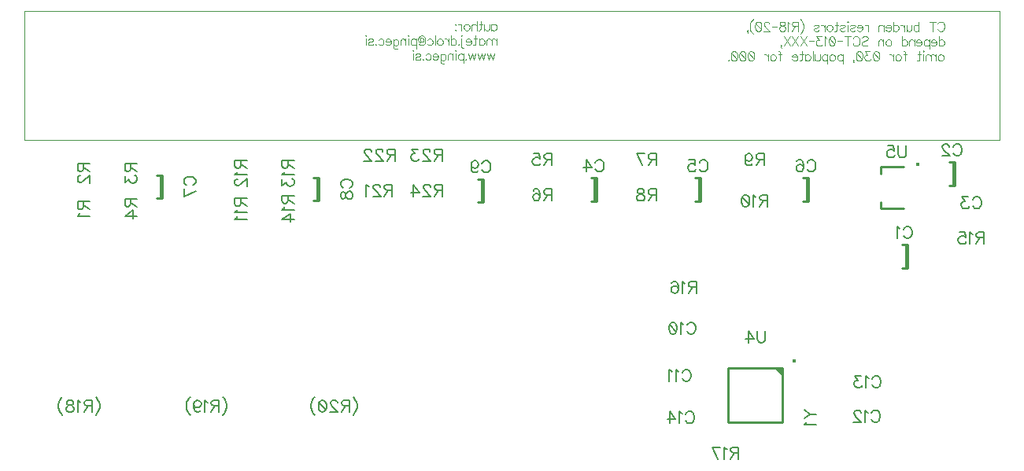
<source format=gbo>
G04 DipTrace 2.4.0.2*
%INBottomSilk.gbo*%
%MOIN*%
%ADD10C,0.0098*%
%ADD13C,0.0014*%
%ADD23O,0.0165X0.0164*%
%ADD26C,0.0154*%
%ADD72C,0.0077*%
%ADD75C,0.0044*%
%FSLAX44Y44*%
G04*
G70*
G90*
G75*
G01*
%LNBotSilk*%
%LPD*%
X28613Y18867D2*
D10*
Y19851D1*
X28688Y18867D2*
Y19851D1*
Y18867D2*
X28452D1*
X28688Y19851D2*
X28452D1*
X33029Y18867D2*
Y19851D1*
X33103Y18867D2*
Y19851D1*
Y18867D2*
X32868D1*
X33103Y19851D2*
X32868D1*
X37607Y18867D2*
Y19851D1*
X37681Y18867D2*
Y19851D1*
Y18867D2*
X37446D1*
X37681Y19851D2*
X37446D1*
X10223Y18993D2*
Y19977D1*
X10298Y18993D2*
Y19977D1*
Y18993D2*
X10062D1*
X10298Y19977D2*
X10062D1*
X16868Y18884D2*
Y19869D1*
X16942Y18884D2*
Y19869D1*
Y18884D2*
X16707D1*
X16942Y19869D2*
X16707D1*
X23837Y18830D2*
Y19815D1*
X23912Y18830D2*
Y19815D1*
Y18830D2*
X23676D1*
X23912Y19815D2*
X23676D1*
X36561Y11783D2*
X34278D1*
Y9500D1*
X36561D1*
Y11783D1*
D23*
X37078Y12095D3*
G36*
X36561Y11783D2*
Y11469D1*
X36246Y11783D1*
X36561D1*
G37*
X41782Y16038D2*
D10*
Y17023D1*
X41856Y16038D2*
Y17023D1*
Y16038D2*
X41621D1*
X41856Y17023D2*
X41621D1*
X43782Y19538D2*
Y20523D1*
X43856Y19538D2*
Y20523D1*
Y19538D2*
X43621D1*
X43856Y20523D2*
X43621D1*
X41711Y20326D2*
X40727D1*
Y20030D1*
Y18849D2*
Y18554D1*
X41711D1*
D26*
X42297Y20417D3*
X4471Y26931D2*
D13*
X45761D1*
Y21466D1*
X4471D1*
Y26931D1*
X6956Y18856D2*
D72*
Y18641D1*
X6932Y18569D1*
X6908Y18545D1*
X6861Y18521D1*
X6813D1*
X6765Y18545D1*
X6741Y18569D1*
X6717Y18641D1*
Y18856D1*
X7220D1*
X6956Y18688D2*
X7220Y18521D1*
X6813Y18367D2*
X6789Y18318D1*
X6718Y18247D1*
X7220D1*
X6956Y20463D2*
Y20248D1*
X6932Y20177D1*
X6908Y20152D1*
X6861Y20128D1*
X6813D1*
X6765Y20152D1*
X6741Y20177D1*
X6717Y20248D1*
Y20463D1*
X7220D1*
X6956Y20296D2*
X7220Y20128D1*
X6837Y19950D2*
X6813D1*
X6765Y19926D1*
X6741Y19902D1*
X6718Y19854D1*
Y19759D1*
X6741Y19711D1*
X6765Y19687D1*
X6813Y19663D1*
X6861D1*
X6909Y19687D1*
X6980Y19735D1*
X7220Y19974D1*
Y19639D1*
X8956Y20463D2*
Y20248D1*
X8932Y20177D1*
X8908Y20152D1*
X8861Y20128D1*
X8813D1*
X8765Y20152D1*
X8741Y20177D1*
X8717Y20248D1*
Y20463D1*
X9220D1*
X8956Y20296D2*
X9220Y20128D1*
X8718Y19926D2*
Y19663D1*
X8909Y19807D1*
Y19735D1*
X8933Y19687D1*
X8956Y19663D1*
X9028Y19639D1*
X9076D1*
X9148Y19663D1*
X9196Y19711D1*
X9220Y19783D1*
Y19855D1*
X9196Y19926D1*
X9171Y19950D1*
X9124Y19974D1*
X8956Y18975D2*
Y18760D1*
X8932Y18688D1*
X8908Y18664D1*
X8861Y18640D1*
X8813D1*
X8765Y18664D1*
X8741Y18688D1*
X8717Y18760D1*
Y18975D1*
X9220D1*
X8956Y18808D2*
X9220Y18640D1*
Y18247D2*
X8718D1*
X9052Y18486D1*
Y18127D1*
X13620Y18993D2*
Y18778D1*
X13596Y18706D1*
X13572Y18682D1*
X13524Y18658D1*
X13476D1*
X13429Y18682D1*
X13404Y18706D1*
X13381Y18778D1*
Y18993D1*
X13883D1*
X13620Y18826D2*
X13883Y18658D1*
X13477Y18504D2*
X13452Y18456D1*
X13381Y18384D1*
X13883D1*
X13477Y18229D2*
X13452Y18181D1*
X13381Y18109D1*
X13883D1*
X13620Y20601D2*
Y20386D1*
X13596Y20314D1*
X13572Y20289D1*
X13524Y20266D1*
X13476D1*
X13429Y20289D1*
X13404Y20314D1*
X13381Y20386D1*
Y20601D1*
X13883D1*
X13620Y20433D2*
X13883Y20266D1*
X13477Y20111D2*
X13452Y20063D1*
X13381Y19991D1*
X13883D1*
X13501Y19813D2*
X13477D1*
X13429Y19789D1*
X13405Y19765D1*
X13381Y19717D1*
Y19621D1*
X13405Y19574D1*
X13429Y19550D1*
X13477Y19526D1*
X13524D1*
X13572Y19550D1*
X13644Y19598D1*
X13883Y19837D1*
Y19502D1*
X15620Y20601D2*
Y20386D1*
X15596Y20314D1*
X15572Y20289D1*
X15524Y20266D1*
X15476D1*
X15429Y20289D1*
X15404Y20314D1*
X15381Y20386D1*
Y20601D1*
X15883D1*
X15620Y20433D2*
X15883Y20266D1*
X15477Y20111D2*
X15452Y20063D1*
X15381Y19991D1*
X15883D1*
X15381Y19789D2*
Y19526D1*
X15572Y19669D1*
Y19598D1*
X15596Y19550D1*
X15620Y19526D1*
X15692Y19502D1*
X15739D1*
X15811Y19526D1*
X15859Y19574D1*
X15883Y19646D1*
Y19718D1*
X15859Y19789D1*
X15835Y19813D1*
X15787Y19837D1*
X15620Y19112D2*
Y18897D1*
X15596Y18826D1*
X15572Y18801D1*
X15524Y18778D1*
X15476D1*
X15429Y18801D1*
X15404Y18826D1*
X15381Y18897D1*
Y19112D1*
X15883D1*
X15620Y18945D2*
X15883Y18778D1*
X15477Y18623D2*
X15452Y18575D1*
X15381Y18503D1*
X15883D1*
Y18109D2*
X15381D1*
X15716Y18349D1*
Y17990D1*
X20046Y19339D2*
X19831D1*
X19759Y19364D1*
X19735Y19388D1*
X19711Y19435D1*
Y19483D1*
X19735Y19531D1*
X19759Y19555D1*
X19831Y19579D1*
X20046D1*
Y19076D1*
X19878Y19339D2*
X19711Y19076D1*
X19532Y19459D2*
Y19483D1*
X19508Y19531D1*
X19485Y19554D1*
X19437Y19578D1*
X19341D1*
X19293Y19554D1*
X19270Y19531D1*
X19245Y19483D1*
Y19435D1*
X19270Y19387D1*
X19317Y19316D1*
X19556Y19076D1*
X19222D1*
X19067Y19483D2*
X19019Y19507D1*
X18947Y19578D1*
Y19076D1*
X20153Y20839D2*
X19938D1*
X19866Y20864D1*
X19842Y20888D1*
X19818Y20935D1*
Y20983D1*
X19842Y21031D1*
X19866Y21055D1*
X19938Y21079D1*
X20153D1*
Y20576D1*
X19986Y20839D2*
X19818Y20576D1*
X19640Y20959D2*
Y20983D1*
X19616Y21031D1*
X19592Y21054D1*
X19544Y21078D1*
X19448D1*
X19401Y21054D1*
X19377Y21031D1*
X19353Y20983D1*
Y20935D1*
X19377Y20887D1*
X19425Y20816D1*
X19664Y20576D1*
X19329D1*
X19150Y20959D2*
Y20983D1*
X19127Y21031D1*
X19103Y21054D1*
X19055Y21078D1*
X18959D1*
X18912Y21054D1*
X18888Y21031D1*
X18863Y20983D1*
Y20935D1*
X18888Y20887D1*
X18935Y20816D1*
X19175Y20576D1*
X18840D1*
X22153Y20839D2*
X21938D1*
X21866Y20864D1*
X21842Y20888D1*
X21818Y20935D1*
Y20983D1*
X21842Y21031D1*
X21866Y21055D1*
X21938Y21079D1*
X22153D1*
Y20576D1*
X21986Y20839D2*
X21818Y20576D1*
X21640Y20959D2*
Y20983D1*
X21616Y21031D1*
X21592Y21054D1*
X21544Y21078D1*
X21448D1*
X21401Y21054D1*
X21377Y21031D1*
X21353Y20983D1*
Y20935D1*
X21377Y20887D1*
X21425Y20816D1*
X21664Y20576D1*
X21329D1*
X21127Y21078D2*
X20864D1*
X21007Y20887D1*
X20935D1*
X20888Y20863D1*
X20864Y20839D1*
X20840Y20768D1*
Y20720D1*
X20864Y20648D1*
X20912Y20600D1*
X20983Y20576D1*
X21055D1*
X21127Y20600D1*
X21150Y20624D1*
X21175Y20672D1*
X22165Y19339D2*
X21950D1*
X21878Y19364D1*
X21854Y19388D1*
X21830Y19435D1*
Y19483D1*
X21854Y19531D1*
X21878Y19555D1*
X21950Y19579D1*
X22165D1*
Y19076D1*
X21998Y19339D2*
X21830Y19076D1*
X21652Y19459D2*
Y19483D1*
X21628Y19531D1*
X21604Y19554D1*
X21556Y19578D1*
X21460D1*
X21413Y19554D1*
X21389Y19531D1*
X21365Y19483D1*
Y19435D1*
X21389Y19387D1*
X21437Y19316D1*
X21676Y19076D1*
X21341D1*
X20947D2*
Y19578D1*
X21187Y19244D1*
X20828D1*
X28647Y20504D2*
X28671Y20551D1*
X28719Y20599D1*
X28767Y20623D1*
X28862D1*
X28910Y20599D1*
X28958Y20551D1*
X28982Y20504D1*
X29006Y20432D1*
Y20312D1*
X28982Y20240D1*
X28958Y20192D1*
X28910Y20145D1*
X28862Y20121D1*
X28767D1*
X28719Y20145D1*
X28671Y20192D1*
X28647Y20240D1*
X28254Y20121D2*
Y20622D1*
X28493Y20288D1*
X28134D1*
X26805Y20647D2*
X26590D1*
X26518Y20672D1*
X26494Y20695D1*
X26470Y20743D1*
Y20791D1*
X26494Y20839D1*
X26518Y20863D1*
X26590Y20887D1*
X26805D1*
Y20384D1*
X26638Y20647D2*
X26470Y20384D1*
X26029Y20886D2*
X26268D1*
X26291Y20671D1*
X26268Y20695D1*
X26196Y20719D1*
X26125D1*
X26053Y20695D1*
X26005Y20647D1*
X25981Y20576D1*
Y20528D1*
X26005Y20456D1*
X26053Y20408D1*
X26125Y20384D1*
X26196D1*
X26268Y20408D1*
X26291Y20432D1*
X26316Y20480D1*
X26793Y19147D2*
X26578D1*
X26506Y19172D1*
X26482Y19195D1*
X26458Y19243D1*
Y19291D1*
X26482Y19339D1*
X26506Y19363D1*
X26578Y19387D1*
X26793D1*
Y18884D1*
X26625Y19147D2*
X26458Y18884D1*
X26017Y19315D2*
X26041Y19362D1*
X26112Y19386D1*
X26160D1*
X26232Y19362D1*
X26280Y19291D1*
X26304Y19171D1*
Y19052D1*
X26280Y18956D1*
X26232Y18908D1*
X26160Y18884D1*
X26136D1*
X26065Y18908D1*
X26017Y18956D1*
X25993Y19028D1*
Y19052D1*
X26017Y19124D1*
X26065Y19171D1*
X26136Y19195D1*
X26160D1*
X26232Y19171D1*
X26280Y19124D1*
X26304Y19052D1*
X33051Y20504D2*
X33075Y20551D1*
X33123Y20599D1*
X33170Y20623D1*
X33266D1*
X33314Y20599D1*
X33361Y20551D1*
X33386Y20504D1*
X33410Y20432D1*
Y20312D1*
X33386Y20240D1*
X33361Y20192D1*
X33314Y20145D1*
X33266Y20121D1*
X33170D1*
X33123Y20145D1*
X33075Y20192D1*
X33051Y20240D1*
X32610Y20622D2*
X32848D1*
X32872Y20407D1*
X32848Y20431D1*
X32777Y20455D1*
X32705D1*
X32633Y20431D1*
X32585Y20384D1*
X32562Y20312D1*
Y20264D1*
X32585Y20192D1*
X32633Y20144D1*
X32705Y20121D1*
X32777D1*
X32848Y20144D1*
X32872Y20169D1*
X32896Y20216D1*
X31221Y20647D2*
X31006D1*
X30934Y20672D1*
X30909Y20695D1*
X30886Y20743D1*
Y20791D1*
X30909Y20839D1*
X30934Y20863D1*
X31006Y20887D1*
X31221D1*
Y20384D1*
X31053Y20647D2*
X30886Y20384D1*
X30636D2*
X30396Y20886D1*
X30731D1*
X31220Y19147D2*
X31005D1*
X30933Y19172D1*
X30909Y19195D1*
X30885Y19243D1*
Y19291D1*
X30909Y19339D1*
X30933Y19363D1*
X31005Y19387D1*
X31220D1*
Y18884D1*
X31053Y19147D2*
X30885Y18884D1*
X30612Y19386D2*
X30683Y19362D1*
X30707Y19315D1*
Y19267D1*
X30683Y19219D1*
X30635Y19195D1*
X30540Y19171D1*
X30468Y19147D1*
X30420Y19099D1*
X30397Y19052D1*
Y18980D1*
X30420Y18932D1*
X30444Y18908D1*
X30516Y18884D1*
X30612D1*
X30683Y18908D1*
X30707Y18932D1*
X30731Y18980D1*
Y19052D1*
X30707Y19099D1*
X30659Y19147D1*
X30588Y19171D1*
X30492Y19195D1*
X30444Y19219D1*
X30420Y19267D1*
Y19315D1*
X30444Y19362D1*
X30516Y19386D1*
X30612D1*
X37617Y20504D2*
X37641Y20551D1*
X37689Y20599D1*
X37736Y20623D1*
X37832D1*
X37880Y20599D1*
X37927Y20551D1*
X37952Y20504D1*
X37976Y20432D1*
Y20312D1*
X37952Y20240D1*
X37927Y20192D1*
X37880Y20145D1*
X37832Y20121D1*
X37736D1*
X37689Y20145D1*
X37641Y20192D1*
X37617Y20240D1*
X37176Y20551D2*
X37199Y20599D1*
X37271Y20622D1*
X37319D1*
X37391Y20599D1*
X37439Y20527D1*
X37462Y20407D1*
Y20288D1*
X37439Y20192D1*
X37391Y20144D1*
X37319Y20121D1*
X37295D1*
X37224Y20144D1*
X37176Y20192D1*
X37152Y20264D1*
Y20288D1*
X37176Y20360D1*
X37224Y20407D1*
X37295Y20431D1*
X37319D1*
X37391Y20407D1*
X37439Y20360D1*
X37462Y20288D1*
X35787Y20647D2*
X35572D1*
X35500Y20672D1*
X35476Y20695D1*
X35452Y20743D1*
Y20791D1*
X35476Y20839D1*
X35500Y20863D1*
X35572Y20887D1*
X35787D1*
Y20384D1*
X35619Y20647D2*
X35452Y20384D1*
X34986Y20719D2*
X35011Y20647D1*
X35058Y20599D1*
X35130Y20576D1*
X35154D1*
X35226Y20599D1*
X35273Y20647D1*
X35297Y20719D1*
Y20743D1*
X35273Y20815D1*
X35226Y20862D1*
X35154Y20886D1*
X35130D1*
X35058Y20862D1*
X35011Y20815D1*
X34986Y20719D1*
Y20599D1*
X35011Y20480D1*
X35058Y20408D1*
X35130Y20384D1*
X35177D1*
X35249Y20408D1*
X35273Y20456D1*
X35936Y18897D2*
X35721D1*
X35649Y18922D1*
X35625Y18945D1*
X35601Y18993D1*
Y19041D1*
X35625Y19089D1*
X35649Y19113D1*
X35721Y19137D1*
X35936D1*
Y18634D1*
X35768Y18897D2*
X35601Y18634D1*
X35446Y19041D2*
X35398Y19065D1*
X35327Y19136D1*
Y18634D1*
X35028Y19136D2*
X35100Y19112D1*
X35148Y19041D1*
X35172Y18921D1*
Y18849D1*
X35148Y18730D1*
X35100Y18658D1*
X35028Y18634D1*
X34981D1*
X34909Y18658D1*
X34862Y18730D1*
X34837Y18849D1*
Y18921D1*
X34862Y19041D1*
X34909Y19112D1*
X34981Y19136D1*
X35028D1*
X34862Y19041D2*
X35148Y18730D1*
X11335Y19550D2*
X11288Y19574D1*
X11240Y19622D1*
X11216Y19670D1*
Y19765D1*
X11240Y19814D1*
X11288Y19861D1*
X11335Y19885D1*
X11407Y19909D1*
X11527D1*
X11598Y19885D1*
X11646Y19861D1*
X11694Y19814D1*
X11718Y19765D1*
Y19670D1*
X11694Y19622D1*
X11646Y19574D1*
X11598Y19550D1*
X11718Y19300D2*
X11216Y19061D1*
Y19396D1*
X17980Y19442D2*
X17932Y19465D1*
X17884Y19514D1*
X17860Y19561D1*
Y19657D1*
X17884Y19705D1*
X17932Y19752D1*
X17980Y19777D1*
X18051Y19800D1*
X18171D1*
X18243Y19777D1*
X18291Y19752D1*
X18338Y19705D1*
X18363Y19657D1*
Y19561D1*
X18338Y19514D1*
X18291Y19465D1*
X18243Y19442D1*
X17861Y19168D2*
X17884Y19239D1*
X17932Y19264D1*
X17980D1*
X18028Y19239D1*
X18052Y19192D1*
X18076Y19096D1*
X18099Y19024D1*
X18148Y18977D1*
X18195Y18953D1*
X18267D1*
X18314Y18977D1*
X18339Y19000D1*
X18363Y19072D1*
Y19168D1*
X18339Y19239D1*
X18314Y19264D1*
X18267Y19287D1*
X18195D1*
X18148Y19264D1*
X18099Y19215D1*
X18076Y19144D1*
X18052Y19049D1*
X18028Y19000D1*
X17980Y18977D1*
X17932D1*
X17884Y19000D1*
X17861Y19072D1*
Y19168D1*
X23847Y20467D2*
X23871Y20514D1*
X23919Y20562D1*
X23967Y20586D1*
X24062D1*
X24111Y20562D1*
X24158Y20514D1*
X24182Y20467D1*
X24206Y20395D1*
Y20275D1*
X24182Y20204D1*
X24158Y20156D1*
X24111Y20108D1*
X24062Y20084D1*
X23967D1*
X23919Y20108D1*
X23871Y20156D1*
X23847Y20204D1*
X23382Y20419D2*
X23406Y20347D1*
X23454Y20299D1*
X23526Y20275D1*
X23549D1*
X23621Y20299D1*
X23669Y20347D1*
X23693Y20419D1*
Y20442D1*
X23669Y20514D1*
X23621Y20562D1*
X23549Y20586D1*
X23526D1*
X23454Y20562D1*
X23406Y20514D1*
X23382Y20419D1*
Y20299D1*
X23406Y20179D1*
X23454Y20108D1*
X23526Y20084D1*
X23573D1*
X23645Y20108D1*
X23669Y20156D1*
X35844Y13382D2*
Y13023D1*
X35820Y12951D1*
X35772Y12904D1*
X35700Y12879D1*
X35652D1*
X35580Y12904D1*
X35532Y12951D1*
X35509Y13023D1*
Y13382D1*
X35115Y12879D2*
Y13381D1*
X35354Y13047D1*
X34996D1*
X41696Y17675D2*
X41720Y17722D1*
X41768Y17770D1*
X41816Y17794D1*
X41911D1*
X41959Y17770D1*
X42007Y17722D1*
X42031Y17675D1*
X42055Y17603D1*
Y17483D1*
X42031Y17412D1*
X42007Y17364D1*
X41959Y17316D1*
X41911Y17292D1*
X41816D1*
X41768Y17316D1*
X41720Y17364D1*
X41696Y17412D1*
X41542Y17698D2*
X41494Y17722D1*
X41422Y17794D1*
Y17292D1*
X43804Y21175D2*
X43828Y21222D1*
X43876Y21270D1*
X43923Y21294D1*
X44019D1*
X44067Y21270D1*
X44115Y21222D1*
X44139Y21175D1*
X44163Y21103D1*
Y20983D1*
X44139Y20912D1*
X44115Y20864D1*
X44067Y20816D1*
X44019Y20792D1*
X43923D1*
X43876Y20816D1*
X43828Y20864D1*
X43804Y20912D1*
X43625Y21174D2*
Y21198D1*
X43601Y21246D1*
X43578Y21270D1*
X43530Y21294D1*
X43434D1*
X43386Y21270D1*
X43363Y21246D1*
X43338Y21198D1*
Y21150D1*
X43363Y21102D1*
X43410Y21031D1*
X43650Y20792D1*
X43315D1*
X41808Y21226D2*
Y20867D1*
X41784Y20795D1*
X41736Y20748D1*
X41664Y20723D1*
X41617D1*
X41545Y20748D1*
X41497Y20795D1*
X41473Y20867D1*
Y21226D1*
X41032Y21225D2*
X41271D1*
X41295Y21010D1*
X41271Y21034D1*
X41199Y21058D1*
X41128D1*
X41056Y21034D1*
X41008Y20987D1*
X40984Y20915D1*
Y20867D1*
X41008Y20795D1*
X41056Y20747D1*
X41128Y20723D1*
X41199D1*
X41271Y20747D1*
X41295Y20772D1*
X41319Y20819D1*
X44627Y18938D2*
X44650Y18986D1*
X44699Y19034D1*
X44746Y19058D1*
X44842D1*
X44890Y19034D1*
X44937Y18986D1*
X44962Y18938D1*
X44985Y18867D1*
Y18747D1*
X44962Y18675D1*
X44937Y18627D1*
X44890Y18580D1*
X44842Y18555D1*
X44746D1*
X44699Y18580D1*
X44650Y18627D1*
X44627Y18675D1*
X44424Y19057D2*
X44162D1*
X44305Y18866D1*
X44233D1*
X44185Y18842D1*
X44162Y18819D1*
X44137Y18747D1*
Y18699D1*
X44162Y18627D1*
X44209Y18579D1*
X44281Y18555D1*
X44353D1*
X44424Y18579D1*
X44448Y18604D1*
X44472Y18651D1*
X45111Y17319D2*
X44896D1*
X44824Y17343D1*
X44800Y17367D1*
X44776Y17414D1*
Y17462D1*
X44800Y17510D1*
X44824Y17534D1*
X44896Y17558D1*
X45111D1*
Y17055D1*
X44943Y17319D2*
X44776Y17055D1*
X44621Y17462D2*
X44573Y17486D1*
X44501Y17557D1*
Y17055D1*
X44060Y17557D2*
X44299D1*
X44323Y17342D1*
X44299Y17366D1*
X44227Y17390D1*
X44156D1*
X44084Y17366D1*
X44036Y17319D1*
X44012Y17247D1*
Y17199D1*
X44036Y17127D1*
X44084Y17079D1*
X44156Y17055D1*
X44227D1*
X44299Y17079D1*
X44323Y17104D1*
X44347Y17151D1*
X32532Y13619D2*
X32556Y13667D1*
X32604Y13715D1*
X32651Y13739D1*
X32747D1*
X32795Y13715D1*
X32843Y13667D1*
X32867Y13619D1*
X32891Y13547D1*
Y13428D1*
X32867Y13356D1*
X32843Y13308D1*
X32795Y13261D1*
X32747Y13236D1*
X32651D1*
X32604Y13261D1*
X32556Y13308D1*
X32532Y13356D1*
X32378Y13643D2*
X32330Y13667D1*
X32258Y13738D1*
Y13236D1*
X31960Y13738D2*
X32031Y13714D1*
X32080Y13643D1*
X32103Y13523D1*
Y13451D1*
X32080Y13332D1*
X32031Y13260D1*
X31960Y13236D1*
X31912D1*
X31840Y13260D1*
X31793Y13332D1*
X31768Y13451D1*
Y13523D1*
X31793Y13643D1*
X31840Y13714D1*
X31912Y13738D1*
X31960D1*
X31793Y13643D2*
X32080Y13332D1*
X32925Y15227D2*
X32710D1*
X32638Y15252D1*
X32613Y15275D1*
X32590Y15323D1*
Y15371D1*
X32613Y15418D1*
X32638Y15443D1*
X32710Y15467D1*
X32925D1*
Y14964D1*
X32757Y15227D2*
X32590Y14964D1*
X32435Y15370D2*
X32387Y15395D1*
X32315Y15466D1*
Y14964D1*
X31874Y15395D2*
X31898Y15442D1*
X31970Y15466D1*
X32017D1*
X32089Y15442D1*
X32137Y15370D1*
X32161Y15251D1*
Y15132D1*
X32137Y15036D1*
X32089Y14988D1*
X32017Y14964D1*
X31993D1*
X31922Y14988D1*
X31874Y15036D1*
X31850Y15108D1*
Y15132D1*
X31874Y15203D1*
X31922Y15251D1*
X31993Y15275D1*
X32017D1*
X32089Y15251D1*
X32137Y15203D1*
X32161Y15132D1*
X34704Y8210D2*
X34489D1*
X34417Y8234D1*
X34393Y8258D1*
X34369Y8305D1*
Y8353D1*
X34393Y8401D1*
X34417Y8425D1*
X34489Y8449D1*
X34704D1*
Y7947D1*
X34537Y8210D2*
X34369Y7947D1*
X34215Y8353D2*
X34167Y8377D1*
X34095Y8448D1*
Y7947D1*
X33845D2*
X33606Y8448D1*
X33940D1*
X32329Y11615D2*
X32352Y11663D1*
X32400Y11711D1*
X32448Y11735D1*
X32544D1*
X32592Y11711D1*
X32639Y11663D1*
X32664Y11615D1*
X32687Y11543D1*
Y11423D1*
X32664Y11352D1*
X32639Y11304D1*
X32592Y11257D1*
X32544Y11232D1*
X32448D1*
X32400Y11257D1*
X32352Y11304D1*
X32329Y11352D1*
X32174Y11638D2*
X32126Y11663D1*
X32054Y11734D1*
Y11232D1*
X31900Y11638D2*
X31852Y11663D1*
X31780Y11734D1*
Y11232D1*
X37494Y10040D2*
X37734Y9849D1*
X37997D1*
X37494Y9658D2*
X37734Y9849D1*
X37591Y9504D2*
X37566Y9455D1*
X37495Y9384D1*
X37997D1*
X40341Y9891D2*
X40365Y9939D1*
X40413Y9987D1*
X40461Y10011D1*
X40556D1*
X40604Y9987D1*
X40652Y9939D1*
X40676Y9891D1*
X40700Y9820D1*
Y9700D1*
X40676Y9628D1*
X40652Y9580D1*
X40604Y9533D1*
X40556Y9508D1*
X40461D1*
X40413Y9533D1*
X40365Y9580D1*
X40341Y9628D1*
X40187Y9915D2*
X40139Y9939D1*
X40067Y10010D1*
Y9508D1*
X39888Y9891D2*
Y9915D1*
X39865Y9963D1*
X39841Y9987D1*
X39793Y10010D1*
X39697D1*
X39650Y9987D1*
X39626Y9963D1*
X39601Y9915D1*
Y9867D1*
X39626Y9819D1*
X39673Y9748D1*
X39913Y9508D1*
X39578D1*
X40372Y11349D2*
X40395Y11396D1*
X40444Y11444D1*
X40491Y11468D1*
X40587D1*
X40635Y11444D1*
X40682Y11396D1*
X40707Y11349D1*
X40730Y11277D1*
Y11157D1*
X40707Y11086D1*
X40682Y11038D1*
X40635Y10990D1*
X40587Y10966D1*
X40491D1*
X40444Y10990D1*
X40395Y11038D1*
X40372Y11086D1*
X40217Y11372D2*
X40169Y11396D1*
X40097Y11468D1*
Y10966D1*
X39895Y11468D2*
X39632D1*
X39776Y11276D1*
X39704D1*
X39656Y11253D1*
X39632Y11229D1*
X39608Y11157D1*
Y11109D1*
X39632Y11038D1*
X39680Y10990D1*
X39752Y10966D1*
X39824D1*
X39895Y10990D1*
X39919Y11014D1*
X39943Y11061D1*
X32473Y9837D2*
X32497Y9885D1*
X32545Y9933D1*
X32593Y9956D1*
X32688D1*
X32736Y9933D1*
X32784Y9885D1*
X32808Y9837D1*
X32832Y9765D1*
Y9645D1*
X32808Y9574D1*
X32784Y9526D1*
X32736Y9478D1*
X32688Y9454D1*
X32593D1*
X32545Y9478D1*
X32497Y9526D1*
X32473Y9574D1*
X32319Y9860D2*
X32271Y9885D1*
X32199Y9956D1*
Y9454D1*
X31805D2*
Y9956D1*
X32045Y9621D1*
X31686D1*
X7484Y10567D2*
X7532Y10520D1*
X7579Y10448D1*
X7627Y10352D1*
X7651Y10232D1*
Y10137D1*
X7627Y10017D1*
X7579Y9922D1*
X7532Y9850D1*
X7484Y9802D1*
X7329Y10197D2*
X7114D1*
X7042Y10221D1*
X7018Y10245D1*
X6994Y10293D1*
Y10341D1*
X7018Y10388D1*
X7042Y10412D1*
X7114Y10436D1*
X7329D1*
Y9934D1*
X7162Y10197D2*
X6994Y9934D1*
X6840Y10340D2*
X6792Y10364D1*
X6720Y10436D1*
Y9934D1*
X6446Y10436D2*
X6517Y10412D1*
X6542Y10364D1*
Y10316D1*
X6517Y10269D1*
X6470Y10244D1*
X6374Y10221D1*
X6302Y10197D1*
X6255Y10149D1*
X6231Y10101D1*
Y10029D1*
X6255Y9982D1*
X6279Y9958D1*
X6351Y9934D1*
X6446D1*
X6517Y9958D1*
X6542Y9982D1*
X6566Y10029D1*
Y10101D1*
X6542Y10149D1*
X6494Y10197D1*
X6422Y10221D1*
X6327Y10244D1*
X6279Y10269D1*
X6255Y10316D1*
Y10364D1*
X6279Y10412D1*
X6351Y10436D1*
X6446D1*
X6077Y10567D2*
X6029Y10520D1*
X5981Y10448D1*
X5933Y10352D1*
X5909Y10232D1*
Y10137D1*
X5933Y10017D1*
X5981Y9922D1*
X6029Y9850D1*
X6077Y9802D1*
X12868Y10567D2*
X12916Y10520D1*
X12963Y10448D1*
X13011Y10352D1*
X13035Y10232D1*
Y10137D1*
X13011Y10017D1*
X12963Y9922D1*
X12916Y9850D1*
X12868Y9802D1*
X12713Y10197D2*
X12498D1*
X12427Y10221D1*
X12402Y10245D1*
X12378Y10292D1*
Y10341D1*
X12402Y10388D1*
X12427Y10412D1*
X12498Y10436D1*
X12713D1*
Y9934D1*
X12546Y10197D2*
X12378Y9934D1*
X12224Y10340D2*
X12176Y10364D1*
X12104Y10436D1*
Y9934D1*
X11639Y10269D2*
X11663Y10197D1*
X11710Y10149D1*
X11782Y10125D1*
X11806D1*
X11878Y10149D1*
X11925Y10197D1*
X11950Y10269D1*
Y10292D1*
X11925Y10364D1*
X11878Y10412D1*
X11806Y10436D1*
X11782D1*
X11710Y10412D1*
X11663Y10364D1*
X11639Y10269D1*
Y10149D1*
X11663Y10029D1*
X11710Y9958D1*
X11782Y9934D1*
X11830D1*
X11902Y9958D1*
X11925Y10006D1*
X11484Y10567D2*
X11436Y10520D1*
X11389Y10448D1*
X11340Y10352D1*
X11317Y10232D1*
Y10137D1*
X11340Y10017D1*
X11389Y9922D1*
X11436Y9850D1*
X11484Y9802D1*
X18383Y10567D2*
X18431Y10520D1*
X18479Y10448D1*
X18527Y10352D1*
X18551Y10232D1*
Y10137D1*
X18527Y10017D1*
X18479Y9922D1*
X18431Y9850D1*
X18383Y9802D1*
X18229Y10197D2*
X18014D1*
X17942Y10221D1*
X17918Y10245D1*
X17894Y10293D1*
Y10341D1*
X17918Y10388D1*
X17942Y10412D1*
X18014Y10436D1*
X18229D1*
Y9934D1*
X18061Y10197D2*
X17894Y9934D1*
X17715Y10316D2*
Y10340D1*
X17691Y10388D1*
X17668Y10412D1*
X17620Y10436D1*
X17524D1*
X17476Y10412D1*
X17453Y10388D1*
X17428Y10340D1*
Y10293D1*
X17453Y10244D1*
X17500Y10173D1*
X17739Y9934D1*
X17405D1*
X17106Y10436D2*
X17178Y10412D1*
X17226Y10340D1*
X17250Y10221D1*
Y10149D1*
X17226Y10029D1*
X17178Y9958D1*
X17106Y9934D1*
X17059D1*
X16987Y9958D1*
X16940Y10029D1*
X16915Y10149D1*
Y10221D1*
X16940Y10340D1*
X16987Y10412D1*
X17059Y10436D1*
X17106D1*
X16940Y10340D2*
X17226Y10029D1*
X16761Y10567D2*
X16713Y10520D1*
X16665Y10448D1*
X16617Y10352D1*
X16593Y10232D1*
Y10137D1*
X16617Y10017D1*
X16665Y9922D1*
X16713Y9850D1*
X16761Y9802D1*
X43142Y26386D2*
D75*
X43161Y26424D1*
X43200Y26463D1*
X43238Y26482D1*
X43314D1*
X43353Y26463D1*
X43391Y26424D1*
X43410Y26386D1*
X43429Y26329D1*
Y26233D1*
X43410Y26176D1*
X43391Y26137D1*
X43353Y26099D1*
X43314Y26080D1*
X43238D1*
X43200Y26099D1*
X43161Y26137D1*
X43142Y26176D1*
X42921Y26482D2*
Y26080D1*
X43055Y26482D2*
X42787D1*
X42346D2*
Y26080D1*
Y26290D2*
X42308Y26329D1*
X42270Y26348D1*
X42212D1*
X42174Y26329D1*
X42136Y26290D1*
X42117Y26233D1*
Y26195D1*
X42136Y26137D1*
X42174Y26099D1*
X42212Y26080D1*
X42270D1*
X42308Y26099D1*
X42346Y26137D1*
X42029Y26348D2*
Y26156D1*
X42010Y26099D1*
X41972Y26080D1*
X41914D1*
X41876Y26099D1*
X41819Y26156D1*
Y26348D2*
Y26080D1*
X41731Y26348D2*
Y26080D1*
Y26233D2*
X41712Y26290D1*
X41674Y26329D1*
X41635Y26348D1*
X41578D1*
X41261Y26482D2*
Y26080D1*
Y26290D2*
X41299Y26329D1*
X41338Y26348D1*
X41395D1*
X41433Y26329D1*
X41472Y26290D1*
X41491Y26233D1*
Y26195D1*
X41472Y26137D1*
X41433Y26099D1*
X41395Y26080D1*
X41338D1*
X41299Y26099D1*
X41261Y26137D1*
X41174Y26233D2*
X40944D1*
Y26271D1*
X40963Y26310D1*
X40982Y26329D1*
X41021Y26348D1*
X41078D1*
X41116Y26329D1*
X41155Y26290D1*
X41174Y26233D1*
Y26195D1*
X41155Y26137D1*
X41116Y26099D1*
X41078Y26080D1*
X41021D1*
X40982Y26099D1*
X40944Y26137D1*
X40857Y26348D2*
Y26080D1*
Y26271D2*
X40799Y26329D1*
X40761Y26348D1*
X40704D1*
X40665Y26329D1*
X40646Y26271D1*
Y26080D1*
X40206Y26348D2*
Y26080D1*
Y26233D2*
X40186Y26290D1*
X40148Y26329D1*
X40110Y26348D1*
X40052D1*
X39965Y26233D2*
X39735D1*
Y26271D1*
X39754Y26310D1*
X39773Y26329D1*
X39812Y26348D1*
X39869D1*
X39907Y26329D1*
X39946Y26290D1*
X39965Y26233D1*
Y26195D1*
X39946Y26137D1*
X39907Y26099D1*
X39869Y26080D1*
X39812D1*
X39773Y26099D1*
X39735Y26137D1*
X39437Y26290D2*
X39457Y26329D1*
X39514Y26348D1*
X39571D1*
X39629Y26329D1*
X39648Y26290D1*
X39629Y26252D1*
X39590Y26233D1*
X39495Y26214D1*
X39457Y26195D1*
X39437Y26156D1*
Y26137D1*
X39457Y26099D1*
X39514Y26080D1*
X39571D1*
X39629Y26099D1*
X39648Y26137D1*
X39350Y26482D2*
X39331Y26463D1*
X39312Y26482D1*
X39331Y26501D1*
X39350Y26482D1*
X39331Y26348D2*
Y26080D1*
X39014Y26290D2*
X39033Y26329D1*
X39090Y26348D1*
X39148D1*
X39205Y26329D1*
X39224Y26290D1*
X39205Y26252D1*
X39167Y26233D1*
X39071Y26214D1*
X39033Y26195D1*
X39014Y26156D1*
Y26137D1*
X39033Y26099D1*
X39090Y26080D1*
X39148D1*
X39205Y26099D1*
X39224Y26137D1*
X38869Y26482D2*
Y26156D1*
X38850Y26099D1*
X38811Y26080D1*
X38773D1*
X38926Y26348D2*
X38792D1*
X38590D2*
X38628Y26329D1*
X38667Y26290D1*
X38686Y26233D1*
Y26195D1*
X38667Y26137D1*
X38628Y26099D1*
X38590Y26080D1*
X38533D1*
X38494Y26099D1*
X38456Y26137D1*
X38437Y26195D1*
Y26233D1*
X38456Y26290D1*
X38494Y26329D1*
X38533Y26348D1*
X38590D1*
X38349D2*
Y26080D1*
Y26233D2*
X38330Y26290D1*
X38292Y26329D1*
X38253Y26348D1*
X38196D1*
X37898Y26290D2*
X37917Y26329D1*
X37974Y26348D1*
X38032D1*
X38089Y26329D1*
X38108Y26290D1*
X38089Y26252D1*
X38051Y26233D1*
X37955Y26214D1*
X37917Y26195D1*
X37898Y26156D1*
Y26137D1*
X37917Y26099D1*
X37974Y26080D1*
X38032D1*
X38089Y26099D1*
X38108Y26137D1*
X37324Y26586D2*
X37362Y26548D1*
X37400Y26491D1*
X37439Y26414D1*
X37458Y26319D1*
Y26242D1*
X37439Y26147D1*
X37400Y26070D1*
X37362Y26013D1*
X37324Y25975D1*
X37236Y26290D2*
X37064D1*
X37007Y26310D1*
X36987Y26329D1*
X36968Y26367D1*
Y26405D1*
X36987Y26443D1*
X37007Y26463D1*
X37064Y26482D1*
X37236D1*
Y26080D1*
X37102Y26290D2*
X36968Y26080D1*
X36881Y26405D2*
X36842Y26424D1*
X36785Y26481D1*
Y26080D1*
X36602Y26481D2*
X36659Y26462D1*
X36678Y26424D1*
Y26386D1*
X36659Y26348D1*
X36621Y26328D1*
X36544Y26309D1*
X36487Y26290D1*
X36449Y26252D1*
X36430Y26214D1*
Y26156D1*
X36449Y26118D1*
X36468Y26099D1*
X36525Y26080D1*
X36602D1*
X36659Y26099D1*
X36678Y26118D1*
X36697Y26156D1*
Y26214D1*
X36678Y26252D1*
X36640Y26290D1*
X36583Y26309D1*
X36506Y26328D1*
X36468Y26348D1*
X36449Y26386D1*
Y26424D1*
X36468Y26462D1*
X36525Y26481D1*
X36602D1*
X36342Y26280D2*
X36121D1*
X36014Y26386D2*
Y26405D1*
X35995Y26443D1*
X35976Y26462D1*
X35938Y26481D1*
X35861D1*
X35823Y26462D1*
X35804Y26443D1*
X35785Y26405D1*
Y26367D1*
X35804Y26328D1*
X35842Y26271D1*
X36034Y26080D1*
X35766D1*
X35563Y26481D2*
X35621Y26462D1*
X35659Y26405D1*
X35678Y26309D1*
Y26252D1*
X35659Y26156D1*
X35621Y26099D1*
X35563Y26080D1*
X35525D1*
X35468Y26099D1*
X35430Y26156D1*
X35410Y26252D1*
Y26309D1*
X35430Y26405D1*
X35468Y26462D1*
X35525Y26481D1*
X35563D1*
X35430Y26405D2*
X35659Y26156D1*
X35323Y26586D2*
X35284Y26548D1*
X35246Y26491D1*
X35208Y26414D1*
X35189Y26319D1*
Y26242D1*
X35208Y26147D1*
X35246Y26070D1*
X35284Y26013D1*
X35323Y25975D1*
X35063Y26099D2*
X35082Y26080D1*
X35101Y26099D1*
X35082Y26118D1*
X35063Y26099D1*
Y26061D1*
X35082Y26022D1*
X35101Y26003D1*
X43188Y25857D2*
Y25455D1*
Y25665D2*
X43226Y25704D1*
X43264Y25723D1*
X43322D1*
X43360Y25704D1*
X43398Y25665D1*
X43417Y25608D1*
Y25570D1*
X43398Y25512D1*
X43360Y25474D1*
X43322Y25455D1*
X43264D1*
X43226Y25474D1*
X43188Y25512D1*
X43100Y25608D2*
X42871D1*
Y25646D1*
X42890Y25685D1*
X42909Y25704D1*
X42947Y25723D1*
X43005D1*
X43043Y25704D1*
X43081Y25665D1*
X43100Y25608D1*
Y25570D1*
X43081Y25512D1*
X43043Y25474D1*
X43005Y25455D1*
X42947D1*
X42909Y25474D1*
X42871Y25512D1*
X42783Y25723D2*
Y25321D1*
Y25665D2*
X42745Y25703D1*
X42707Y25723D1*
X42649D1*
X42611Y25703D1*
X42573Y25665D1*
X42553Y25608D1*
Y25569D1*
X42573Y25512D1*
X42611Y25474D1*
X42649Y25455D1*
X42707D1*
X42745Y25474D1*
X42783Y25512D1*
X42466Y25608D2*
X42236D1*
Y25646D1*
X42255Y25685D1*
X42274Y25704D1*
X42313Y25723D1*
X42370D1*
X42408Y25704D1*
X42447Y25665D1*
X42466Y25608D1*
Y25570D1*
X42447Y25512D1*
X42408Y25474D1*
X42370Y25455D1*
X42313D1*
X42274Y25474D1*
X42236Y25512D1*
X42149Y25723D2*
Y25455D1*
Y25646D2*
X42091Y25704D1*
X42053Y25723D1*
X41996D1*
X41957Y25704D1*
X41938Y25646D1*
Y25455D1*
X41621Y25857D2*
Y25455D1*
Y25665D2*
X41659Y25704D1*
X41698Y25723D1*
X41755D1*
X41793Y25704D1*
X41832Y25665D1*
X41851Y25608D1*
Y25570D1*
X41832Y25512D1*
X41793Y25474D1*
X41755Y25455D1*
X41698D1*
X41659Y25474D1*
X41621Y25512D1*
X41086Y25723D2*
X41124Y25704D1*
X41162Y25665D1*
X41181Y25608D1*
Y25570D1*
X41162Y25512D1*
X41124Y25474D1*
X41086Y25455D1*
X41028D1*
X40990Y25474D1*
X40952Y25512D1*
X40932Y25570D1*
Y25608D1*
X40952Y25665D1*
X40990Y25704D1*
X41028Y25723D1*
X41086D1*
X40845D2*
Y25455D1*
Y25646D2*
X40787Y25704D1*
X40749Y25723D1*
X40692D1*
X40653Y25704D1*
X40634Y25646D1*
Y25455D1*
X39926Y25799D2*
X39964Y25838D1*
X40021Y25857D1*
X40098D1*
X40155Y25838D1*
X40194Y25799D1*
Y25761D1*
X40174Y25723D1*
X40155Y25704D1*
X40117Y25685D1*
X40002Y25646D1*
X39964Y25627D1*
X39945Y25608D1*
X39926Y25570D1*
Y25512D1*
X39964Y25474D1*
X40021Y25455D1*
X40098D1*
X40155Y25474D1*
X40194Y25512D1*
X39552Y25761D2*
X39571Y25799D1*
X39609Y25838D1*
X39647Y25857D1*
X39724D1*
X39762Y25838D1*
X39800Y25799D1*
X39819Y25761D1*
X39838Y25704D1*
Y25608D1*
X39819Y25551D1*
X39800Y25512D1*
X39762Y25474D1*
X39724Y25455D1*
X39647D1*
X39609Y25474D1*
X39571Y25512D1*
X39552Y25551D1*
X39330Y25857D2*
Y25455D1*
X39464Y25857D2*
X39196D1*
X39109Y25655D2*
X38888D1*
X38685Y25856D2*
X38743Y25837D1*
X38781Y25780D1*
X38800Y25684D1*
Y25627D1*
X38781Y25531D1*
X38743Y25474D1*
X38685Y25455D1*
X38647D1*
X38590Y25474D1*
X38552Y25531D1*
X38532Y25627D1*
Y25684D1*
X38552Y25780D1*
X38590Y25837D1*
X38647Y25856D1*
X38685D1*
X38552Y25780D2*
X38781Y25531D1*
X38445Y25780D2*
X38406Y25799D1*
X38349Y25856D1*
Y25455D1*
X38223Y25856D2*
X38013D1*
X38127Y25703D1*
X38070D1*
X38032Y25684D1*
X38013Y25665D1*
X37993Y25608D1*
Y25570D1*
X38013Y25512D1*
X38051Y25474D1*
X38108Y25455D1*
X38166D1*
X38223Y25474D1*
X38242Y25493D1*
X38261Y25531D1*
X37906Y25655D2*
X37685D1*
X37597Y25857D2*
X37329Y25455D1*
Y25857D2*
X37597Y25455D1*
X37242Y25857D2*
X36974Y25455D1*
Y25857D2*
X37242Y25455D1*
X36886Y25857D2*
X36618Y25455D1*
Y25857D2*
X36886Y25455D1*
X36492Y25474D2*
X36512Y25455D1*
X36531Y25474D1*
X36512Y25493D1*
X36492Y25474D1*
Y25436D1*
X36512Y25397D1*
X36531Y25378D1*
X43306Y25098D2*
X43344Y25079D1*
X43383Y25040D1*
X43402Y24983D1*
Y24945D1*
X43383Y24887D1*
X43344Y24849D1*
X43306Y24830D1*
X43249D1*
X43210Y24849D1*
X43172Y24887D1*
X43153Y24945D1*
Y24983D1*
X43172Y25040D1*
X43210Y25079D1*
X43249Y25098D1*
X43306D1*
X43065D2*
Y24830D1*
Y25021D2*
X43008Y25079D1*
X42969Y25098D1*
X42912D1*
X42874Y25079D1*
X42855Y25021D1*
Y24830D1*
Y25021D2*
X42797Y25079D1*
X42759Y25098D1*
X42702D1*
X42663Y25079D1*
X42644Y25021D1*
Y24830D1*
X42556Y25232D2*
X42537Y25213D1*
X42518Y25232D1*
X42537Y25251D1*
X42556Y25232D1*
X42537Y25098D2*
Y24830D1*
X42373Y25232D2*
Y24906D1*
X42354Y24849D1*
X42315Y24830D1*
X42277D1*
X42430Y25098D2*
X42296D1*
X41684Y25232D2*
X41722D1*
X41761Y25213D1*
X41780Y25155D1*
Y24830D1*
X41837Y25098D2*
X41703D1*
X41501D2*
X41539Y25079D1*
X41578Y25040D1*
X41597Y24983D1*
Y24945D1*
X41578Y24887D1*
X41539Y24849D1*
X41501Y24830D1*
X41444D1*
X41405Y24849D1*
X41367Y24887D1*
X41348Y24945D1*
Y24983D1*
X41367Y25040D1*
X41405Y25079D1*
X41444Y25098D1*
X41501D1*
X41260D2*
Y24830D1*
Y24983D2*
X41241Y25040D1*
X41203Y25079D1*
X41164Y25098D1*
X41107D1*
X40552Y25231D2*
X40609Y25212D1*
X40648Y25155D1*
X40667Y25059D1*
Y25002D1*
X40648Y24906D1*
X40609Y24849D1*
X40552Y24830D1*
X40514D1*
X40456Y24849D1*
X40418Y24906D1*
X40399Y25002D1*
Y25059D1*
X40418Y25155D1*
X40456Y25212D1*
X40514Y25231D1*
X40552D1*
X40418Y25155D2*
X40648Y24906D1*
X40273Y25231D2*
X40063D1*
X40177Y25078D1*
X40120D1*
X40082Y25059D1*
X40063Y25040D1*
X40043Y24983D1*
Y24945D1*
X40063Y24887D1*
X40101Y24849D1*
X40158Y24830D1*
X40216D1*
X40273Y24849D1*
X40292Y24868D1*
X40311Y24906D1*
X39841Y25231D2*
X39898Y25212D1*
X39937Y25155D1*
X39956Y25059D1*
Y25002D1*
X39937Y24906D1*
X39898Y24849D1*
X39841Y24830D1*
X39803D1*
X39745Y24849D1*
X39707Y24906D1*
X39688Y25002D1*
Y25059D1*
X39707Y25155D1*
X39745Y25212D1*
X39803Y25231D1*
X39841D1*
X39707Y25155D2*
X39937Y24906D1*
X39562Y24849D2*
X39581Y24830D1*
X39600Y24849D1*
X39581Y24868D1*
X39562Y24849D1*
Y24811D1*
X39581Y24772D1*
X39600Y24753D1*
X39122Y25098D2*
Y24696D1*
Y25040D2*
X39083Y25078D1*
X39045Y25098D1*
X38988D1*
X38949Y25078D1*
X38911Y25040D1*
X38892Y24983D1*
Y24944D1*
X38911Y24887D1*
X38949Y24849D1*
X38988Y24830D1*
X39045D1*
X39083Y24849D1*
X39122Y24887D1*
X38709Y25098D2*
X38747Y25079D1*
X38785Y25040D1*
X38804Y24983D1*
Y24945D1*
X38785Y24887D1*
X38747Y24849D1*
X38709Y24830D1*
X38651D1*
X38613Y24849D1*
X38575Y24887D1*
X38555Y24945D1*
Y24983D1*
X38575Y25040D1*
X38613Y25079D1*
X38651Y25098D1*
X38709D1*
X38468D2*
Y24696D1*
Y25040D2*
X38429Y25078D1*
X38391Y25098D1*
X38334D1*
X38295Y25078D1*
X38257Y25040D1*
X38238Y24983D1*
Y24944D1*
X38257Y24887D1*
X38295Y24849D1*
X38334Y24830D1*
X38391D1*
X38429Y24849D1*
X38468Y24887D1*
X38150Y25098D2*
Y24906D1*
X38131Y24849D1*
X38093Y24830D1*
X38035D1*
X37997Y24849D1*
X37940Y24906D1*
Y25098D2*
Y24830D1*
X37852Y25232D2*
Y24830D1*
X37535Y25098D2*
Y24830D1*
Y25040D2*
X37573Y25079D1*
X37612Y25098D1*
X37669D1*
X37707Y25079D1*
X37745Y25040D1*
X37765Y24983D1*
Y24945D1*
X37745Y24887D1*
X37707Y24849D1*
X37669Y24830D1*
X37612D1*
X37573Y24849D1*
X37535Y24887D1*
X37390Y25232D2*
Y24906D1*
X37371Y24849D1*
X37333Y24830D1*
X37295D1*
X37448Y25098D2*
X37314D1*
X37207Y24983D2*
X36978D1*
Y25021D1*
X36997Y25060D1*
X37016Y25079D1*
X37054Y25098D1*
X37112D1*
X37150Y25079D1*
X37188Y25040D1*
X37207Y24983D1*
Y24945D1*
X37188Y24887D1*
X37150Y24849D1*
X37112Y24830D1*
X37054D1*
X37016Y24849D1*
X36978Y24887D1*
X36385Y25232D2*
X36423D1*
X36461Y25213D1*
X36480Y25155D1*
Y24830D1*
X36538Y25098D2*
X36404D1*
X36202D2*
X36240Y25079D1*
X36278Y25040D1*
X36297Y24983D1*
Y24945D1*
X36278Y24887D1*
X36240Y24849D1*
X36202Y24830D1*
X36144D1*
X36106Y24849D1*
X36068Y24887D1*
X36048Y24945D1*
Y24983D1*
X36068Y25040D1*
X36106Y25079D1*
X36144Y25098D1*
X36202D1*
X35961D2*
Y24830D1*
Y24983D2*
X35941Y25040D1*
X35903Y25079D1*
X35865Y25098D1*
X35807D1*
X35252Y25231D2*
X35310Y25212D1*
X35348Y25155D1*
X35367Y25059D1*
Y25002D1*
X35348Y24906D1*
X35310Y24849D1*
X35252Y24830D1*
X35214D1*
X35157Y24849D1*
X35119Y24906D1*
X35099Y25002D1*
Y25059D1*
X35119Y25155D1*
X35157Y25212D1*
X35214Y25231D1*
X35252D1*
X35119Y25155D2*
X35348Y24906D1*
X34897Y25231D2*
X34954Y25212D1*
X34993Y25155D1*
X35012Y25059D1*
Y25002D1*
X34993Y24906D1*
X34954Y24849D1*
X34897Y24830D1*
X34859D1*
X34801Y24849D1*
X34763Y24906D1*
X34744Y25002D1*
Y25059D1*
X34763Y25155D1*
X34801Y25212D1*
X34859Y25231D1*
X34897D1*
X34763Y25155D2*
X34993Y24906D1*
X34541Y25231D2*
X34599Y25212D1*
X34637Y25155D1*
X34656Y25059D1*
Y25002D1*
X34637Y24906D1*
X34599Y24849D1*
X34541Y24830D1*
X34503D1*
X34446Y24849D1*
X34408Y24906D1*
X34388Y25002D1*
Y25059D1*
X34408Y25155D1*
X34446Y25212D1*
X34503Y25231D1*
X34541D1*
X34408Y25155D2*
X34637Y24906D1*
X34282Y24868D2*
X34301Y24849D1*
X34282Y24830D1*
X34262Y24849D1*
X34282Y24868D1*
X24241Y26376D2*
Y26108D1*
Y26319D2*
X24279Y26357D1*
X24317Y26376D1*
X24374D1*
X24413Y26357D1*
X24451Y26319D1*
X24470Y26261D1*
Y26223D1*
X24451Y26166D1*
X24413Y26128D1*
X24374Y26108D1*
X24317D1*
X24279Y26128D1*
X24241Y26166D1*
X24153Y26376D2*
Y26185D1*
X24134Y26128D1*
X24096Y26108D1*
X24038D1*
X24000Y26128D1*
X23943Y26185D1*
Y26376D2*
Y26108D1*
X23798Y26510D2*
Y26185D1*
X23779Y26128D1*
X23741Y26108D1*
X23702D1*
X23855Y26376D2*
X23721D1*
X23615Y26510D2*
Y26108D1*
Y26300D2*
X23558Y26357D1*
X23519Y26376D1*
X23462D1*
X23424Y26357D1*
X23405Y26300D1*
Y26108D1*
X23222Y26376D2*
X23260Y26357D1*
X23298Y26319D1*
X23317Y26261D1*
Y26223D1*
X23298Y26166D1*
X23260Y26128D1*
X23222Y26108D1*
X23164D1*
X23126Y26128D1*
X23088Y26166D1*
X23068Y26223D1*
Y26261D1*
X23088Y26319D1*
X23126Y26357D1*
X23164Y26376D1*
X23222D1*
X22981D2*
Y26108D1*
Y26261D2*
X22961Y26319D1*
X22923Y26357D1*
X22885Y26376D1*
X22827D1*
X22720D2*
X22740Y26357D1*
X22720Y26338D1*
X22701Y26357D1*
X22720Y26376D1*
Y26147D2*
X22740Y26127D1*
X22720Y26108D1*
X22701Y26127D1*
X22720Y26147D1*
X24458Y25751D2*
Y25483D1*
Y25675D2*
X24401Y25732D1*
X24362Y25751D1*
X24305D1*
X24267Y25732D1*
X24248Y25675D1*
Y25483D1*
Y25675D2*
X24190Y25732D1*
X24152Y25751D1*
X24095D1*
X24056Y25732D1*
X24037Y25675D1*
Y25483D1*
X23720Y25751D2*
Y25483D1*
Y25694D2*
X23758Y25732D1*
X23796Y25751D1*
X23853D1*
X23892Y25732D1*
X23930Y25694D1*
X23949Y25636D1*
Y25598D1*
X23930Y25541D1*
X23892Y25503D1*
X23853Y25483D1*
X23796D1*
X23758Y25503D1*
X23720Y25541D1*
X23575Y25885D2*
Y25560D1*
X23556Y25503D1*
X23517Y25483D1*
X23479D1*
X23632Y25751D2*
X23498D1*
X23392Y25636D2*
X23162D1*
Y25675D1*
X23181Y25713D1*
X23200Y25732D1*
X23239Y25751D1*
X23296D1*
X23334Y25732D1*
X23373Y25694D1*
X23392Y25636D1*
Y25598D1*
X23373Y25541D1*
X23334Y25503D1*
X23296Y25483D1*
X23239D1*
X23200Y25503D1*
X23162Y25541D1*
X22998Y25886D2*
X22979Y25867D1*
X22960Y25886D1*
X22979Y25905D1*
X22998Y25886D1*
X22979Y25752D2*
Y25426D1*
X22998Y25369D1*
X23036Y25350D1*
X23075D1*
X22853Y25522D2*
X22872Y25502D1*
X22853Y25483D1*
X22834Y25502D1*
X22853Y25522D1*
X22517Y25885D2*
Y25483D1*
Y25694D2*
X22555Y25732D1*
X22593Y25751D1*
X22651D1*
X22689Y25732D1*
X22727Y25694D1*
X22746Y25636D1*
Y25598D1*
X22727Y25541D1*
X22689Y25503D1*
X22651Y25483D1*
X22593D1*
X22555Y25503D1*
X22517Y25541D1*
X22429Y25751D2*
Y25483D1*
Y25636D2*
X22410Y25694D1*
X22372Y25732D1*
X22333Y25751D1*
X22276D1*
X22093D2*
X22131Y25732D1*
X22169Y25694D1*
X22189Y25636D1*
Y25598D1*
X22169Y25541D1*
X22131Y25503D1*
X22093Y25483D1*
X22036D1*
X21997Y25503D1*
X21959Y25541D1*
X21940Y25598D1*
Y25636D1*
X21959Y25694D1*
X21997Y25732D1*
X22036Y25751D1*
X22093D1*
X21852Y25885D2*
Y25483D1*
X21535Y25694D2*
X21573Y25732D1*
X21612Y25751D1*
X21669D1*
X21707Y25732D1*
X21745Y25694D1*
X21765Y25636D1*
Y25598D1*
X21745Y25541D1*
X21707Y25503D1*
X21669Y25483D1*
X21612D1*
X21573Y25503D1*
X21535Y25541D1*
X21237Y25789D2*
X21294D1*
X21332Y25770D1*
X21352Y25751D1*
X21371Y25713D1*
Y25636D1*
X21352Y25617D1*
X21313D1*
X21237Y25636D1*
X21218Y25598D1*
X21199D1*
X21160Y25636D1*
X21141Y25732D1*
X21160Y25789D1*
X21179Y25828D1*
X21218Y25866D1*
X21256Y25885D1*
X21332D1*
X21371Y25866D1*
X21409Y25828D1*
X21428Y25789D1*
X21447Y25732D1*
Y25636D1*
X21428Y25579D1*
X21409Y25541D1*
X21371Y25502D1*
X21332Y25483D1*
X21256D1*
X21218Y25502D1*
X21179Y25541D1*
X21237Y25808D2*
Y25636D1*
X21054Y25751D2*
Y25349D1*
Y25694D2*
X21015Y25732D1*
X20977Y25751D1*
X20920D1*
X20881Y25732D1*
X20843Y25694D1*
X20824Y25636D1*
Y25598D1*
X20843Y25541D1*
X20881Y25502D1*
X20920Y25483D1*
X20977D1*
X21015Y25502D1*
X21054Y25541D1*
X20736Y25885D2*
X20717Y25866D1*
X20698Y25885D1*
X20717Y25905D1*
X20736Y25885D1*
X20717Y25751D2*
Y25483D1*
X20610Y25751D2*
Y25483D1*
Y25675D2*
X20553Y25732D1*
X20514Y25751D1*
X20457D1*
X20419Y25732D1*
X20400Y25675D1*
Y25483D1*
X20083Y25732D2*
Y25426D1*
X20102Y25369D1*
X20121Y25349D1*
X20159Y25330D1*
X20217D1*
X20255Y25349D1*
X20083Y25675D2*
X20121Y25713D1*
X20159Y25732D1*
X20217D1*
X20255Y25713D1*
X20293Y25675D1*
X20312Y25617D1*
Y25579D1*
X20293Y25522D1*
X20255Y25483D1*
X20217Y25464D1*
X20159D1*
X20121Y25483D1*
X20083Y25522D1*
X19995Y25636D2*
X19766D1*
Y25675D1*
X19785Y25713D1*
X19804Y25732D1*
X19842Y25751D1*
X19900D1*
X19938Y25732D1*
X19976Y25694D1*
X19995Y25636D1*
Y25598D1*
X19976Y25541D1*
X19938Y25503D1*
X19900Y25483D1*
X19842D1*
X19804Y25503D1*
X19766Y25541D1*
X19449Y25694D2*
X19487Y25732D1*
X19525Y25751D1*
X19583D1*
X19621Y25732D1*
X19659Y25694D1*
X19678Y25636D1*
Y25598D1*
X19659Y25541D1*
X19621Y25503D1*
X19583Y25483D1*
X19525D1*
X19487Y25503D1*
X19449Y25541D1*
X19342Y25522D2*
X19361Y25502D1*
X19342Y25483D1*
X19323Y25502D1*
X19342Y25522D1*
X19025Y25694D2*
X19044Y25732D1*
X19101Y25751D1*
X19159D1*
X19216Y25732D1*
X19235Y25694D1*
X19216Y25656D1*
X19178Y25636D1*
X19082Y25617D1*
X19044Y25598D1*
X19025Y25560D1*
Y25541D1*
X19044Y25503D1*
X19101Y25483D1*
X19159D1*
X19216Y25503D1*
X19235Y25541D1*
X18937Y25885D2*
X18918Y25866D1*
X18899Y25885D1*
X18918Y25905D1*
X18937Y25885D1*
X18918Y25751D2*
Y25483D1*
X24361Y25126D2*
X24285Y24858D1*
X24208Y25126D1*
X24132Y24858D1*
X24055Y25126D1*
X23968D2*
X23891Y24858D1*
X23815Y25126D1*
X23738Y24858D1*
X23662Y25126D1*
X23574D2*
X23498Y24858D1*
X23421Y25126D1*
X23345Y24858D1*
X23269Y25126D1*
X23162Y24897D2*
X23181Y24877D1*
X23162Y24858D1*
X23143Y24877D1*
X23162Y24897D1*
X23055Y25126D2*
Y24724D1*
Y25069D2*
X23017Y25107D1*
X22979Y25126D1*
X22921D1*
X22883Y25107D1*
X22845Y25069D1*
X22825Y25011D1*
Y24973D1*
X22845Y24916D1*
X22883Y24877D1*
X22921Y24858D1*
X22979D1*
X23017Y24877D1*
X23055Y24916D1*
X22738Y25260D2*
X22719Y25241D1*
X22699Y25260D1*
X22719Y25280D1*
X22738Y25260D1*
X22719Y25126D2*
Y24858D1*
X22612Y25126D2*
Y24858D1*
Y25050D2*
X22554Y25107D1*
X22516Y25126D1*
X22459D1*
X22420Y25107D1*
X22401Y25050D1*
Y24858D1*
X22084Y25107D2*
Y24801D1*
X22103Y24744D1*
X22122Y24724D1*
X22161Y24705D1*
X22218D1*
X22256Y24724D1*
X22084Y25050D2*
X22122Y25088D1*
X22161Y25107D1*
X22218D1*
X22256Y25088D1*
X22295Y25050D1*
X22314Y24992D1*
Y24954D1*
X22295Y24897D1*
X22256Y24858D1*
X22218Y24839D1*
X22161D1*
X22122Y24858D1*
X22084Y24897D1*
X21997Y25011D2*
X21767D1*
Y25050D1*
X21786Y25088D1*
X21805Y25107D1*
X21844Y25126D1*
X21901D1*
X21939Y25107D1*
X21978Y25069D1*
X21997Y25011D1*
Y24973D1*
X21978Y24916D1*
X21939Y24878D1*
X21901Y24858D1*
X21844D1*
X21805Y24878D1*
X21767Y24916D1*
X21450Y25069D2*
X21488Y25107D1*
X21527Y25126D1*
X21584D1*
X21622Y25107D1*
X21660Y25069D1*
X21680Y25011D1*
Y24973D1*
X21660Y24916D1*
X21622Y24878D1*
X21584Y24858D1*
X21527D1*
X21488Y24878D1*
X21450Y24916D1*
X21343Y24897D2*
X21362Y24877D1*
X21343Y24858D1*
X21324Y24877D1*
X21343Y24897D1*
X21026Y25069D2*
X21045Y25107D1*
X21102Y25126D1*
X21160D1*
X21217Y25107D1*
X21236Y25069D1*
X21217Y25031D1*
X21179Y25011D1*
X21083Y24992D1*
X21045Y24973D1*
X21026Y24935D1*
Y24916D1*
X21045Y24878D1*
X21102Y24858D1*
X21160D1*
X21217Y24878D1*
X21236Y24916D1*
X20938Y25260D2*
X20919Y25241D1*
X20900Y25260D1*
X20919Y25280D1*
X20938Y25260D1*
X20919Y25126D2*
Y24858D1*
M02*

</source>
